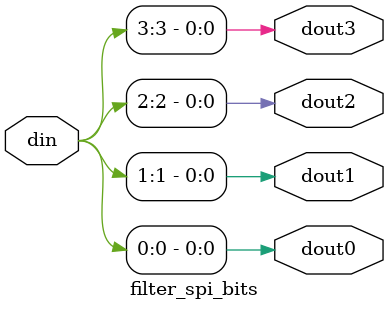
<source format=v>
`timescale 1ns / 1ps
module filter_spi_bits(
    input	[3:0]	din		,
    output			dout0	,
    output 			dout1	,
    output 			dout2	,
    output 			dout3
    );

assign dout0 = din[0];
assign dout1 = din[1];
assign dout2 = din[2];
assign dout3 = din[3];

endmodule

</source>
